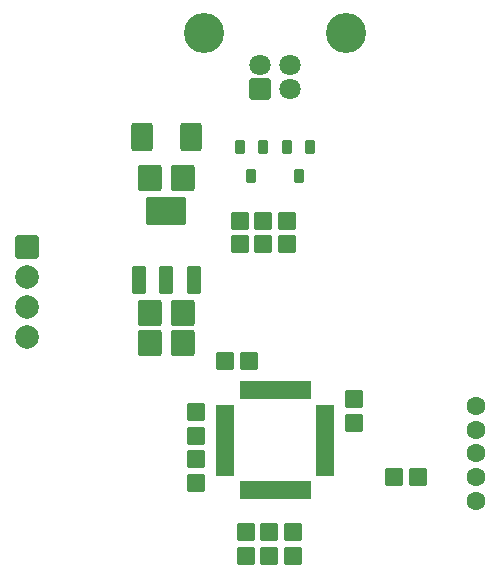
<source format=gts>
G04*
G04 #@! TF.GenerationSoftware,Altium Limited,Altium Designer,22.3.1 (43)*
G04*
G04 Layer_Color=8388736*
%FSLAX42Y42*%
%MOMM*%
G71*
G04*
G04 #@! TF.SameCoordinates,DE2D453C-2018-43DC-BA3E-C0A36525B8C9*
G04*
G04*
G04 #@! TF.FilePolarity,Negative*
G04*
G01*
G75*
G04:AMPARAMS|DCode=22|XSize=1.6mm|YSize=1.6mm|CornerRadius=0.17mm|HoleSize=0mm|Usage=FLASHONLY|Rotation=270.000|XOffset=0mm|YOffset=0mm|HoleType=Round|Shape=RoundedRectangle|*
%AMROUNDEDRECTD22*
21,1,1.60,1.26,0,0,270.0*
21,1,1.26,1.60,0,0,270.0*
1,1,0.34,-0.63,-0.63*
1,1,0.34,-0.63,0.63*
1,1,0.34,0.63,0.63*
1,1,0.34,0.63,-0.63*
%
%ADD22ROUNDEDRECTD22*%
%ADD23R,1.65X0.50*%
%ADD24R,0.50X1.65*%
G04:AMPARAMS|DCode=25|XSize=1.6mm|YSize=1.6mm|CornerRadius=0.17mm|HoleSize=0mm|Usage=FLASHONLY|Rotation=0.000|XOffset=0mm|YOffset=0mm|HoleType=Round|Shape=RoundedRectangle|*
%AMROUNDEDRECTD25*
21,1,1.60,1.26,0,0,0.0*
21,1,1.26,1.60,0,0,0.0*
1,1,0.34,0.63,-0.63*
1,1,0.34,-0.63,-0.63*
1,1,0.34,-0.63,0.63*
1,1,0.34,0.63,0.63*
%
%ADD25ROUNDEDRECTD25*%
G04:AMPARAMS|DCode=26|XSize=2.2mm|YSize=2mm|CornerRadius=0.19mm|HoleSize=0mm|Usage=FLASHONLY|Rotation=90.000|XOffset=0mm|YOffset=0mm|HoleType=Round|Shape=RoundedRectangle|*
%AMROUNDEDRECTD26*
21,1,2.20,1.62,0,0,90.0*
21,1,1.82,2.00,0,0,90.0*
1,1,0.38,0.81,0.91*
1,1,0.38,0.81,-0.91*
1,1,0.38,-0.81,-0.91*
1,1,0.38,-0.81,0.91*
%
%ADD26ROUNDEDRECTD26*%
G04:AMPARAMS|DCode=27|XSize=3.45mm|YSize=2.35mm|CornerRadius=0.21mm|HoleSize=0mm|Usage=FLASHONLY|Rotation=180.000|XOffset=0mm|YOffset=0mm|HoleType=Round|Shape=RoundedRectangle|*
%AMROUNDEDRECTD27*
21,1,3.45,1.94,0,0,180.0*
21,1,3.04,2.35,0,0,180.0*
1,1,0.42,-1.52,0.97*
1,1,0.42,1.52,0.97*
1,1,0.42,1.52,-0.97*
1,1,0.42,-1.52,-0.97*
%
%ADD27ROUNDEDRECTD27*%
G04:AMPARAMS|DCode=28|XSize=1.2mm|YSize=2.35mm|CornerRadius=0.15mm|HoleSize=0mm|Usage=FLASHONLY|Rotation=180.000|XOffset=0mm|YOffset=0mm|HoleType=Round|Shape=RoundedRectangle|*
%AMROUNDEDRECTD28*
21,1,1.20,2.05,0,0,180.0*
21,1,0.90,2.35,0,0,180.0*
1,1,0.30,-0.45,1.02*
1,1,0.30,0.45,1.02*
1,1,0.30,0.45,-1.02*
1,1,0.30,-0.45,-1.02*
%
%ADD28ROUNDEDRECTD28*%
G04:AMPARAMS|DCode=29|XSize=2.4mm|YSize=1.8mm|CornerRadius=0.18mm|HoleSize=0mm|Usage=FLASHONLY|Rotation=270.000|XOffset=0mm|YOffset=0mm|HoleType=Round|Shape=RoundedRectangle|*
%AMROUNDEDRECTD29*
21,1,2.40,1.44,0,0,270.0*
21,1,2.04,1.80,0,0,270.0*
1,1,0.36,-0.72,-1.02*
1,1,0.36,-0.72,1.02*
1,1,0.36,0.72,1.02*
1,1,0.36,0.72,-1.02*
%
%ADD29ROUNDEDRECTD29*%
G04:AMPARAMS|DCode=30|XSize=0.8mm|YSize=1.2mm|CornerRadius=0.13mm|HoleSize=0mm|Usage=FLASHONLY|Rotation=0.000|XOffset=0mm|YOffset=0mm|HoleType=Round|Shape=RoundedRectangle|*
%AMROUNDEDRECTD30*
21,1,0.80,0.94,0,0,0.0*
21,1,0.54,1.20,0,0,0.0*
1,1,0.26,0.27,-0.47*
1,1,0.26,-0.27,-0.47*
1,1,0.26,-0.27,0.47*
1,1,0.26,0.27,0.47*
%
%ADD30ROUNDEDRECTD30*%
%ADD31C,2.00*%
G04:AMPARAMS|DCode=32|XSize=2mm|YSize=2mm|CornerRadius=0.19mm|HoleSize=0mm|Usage=FLASHONLY|Rotation=270.000|XOffset=0mm|YOffset=0mm|HoleType=Round|Shape=RoundedRectangle|*
%AMROUNDEDRECTD32*
21,1,2.00,1.62,0,0,270.0*
21,1,1.62,2.00,0,0,270.0*
1,1,0.38,-0.81,-0.81*
1,1,0.38,-0.81,0.81*
1,1,0.38,0.81,0.81*
1,1,0.38,0.81,-0.81*
%
%ADD32ROUNDEDRECTD32*%
G04:AMPARAMS|DCode=33|XSize=1.8mm|YSize=1.8mm|CornerRadius=0.18mm|HoleSize=0mm|Usage=FLASHONLY|Rotation=180.000|XOffset=0mm|YOffset=0mm|HoleType=Round|Shape=RoundedRectangle|*
%AMROUNDEDRECTD33*
21,1,1.80,1.44,0,0,180.0*
21,1,1.44,1.80,0,0,180.0*
1,1,0.36,-0.72,0.72*
1,1,0.36,0.72,0.72*
1,1,0.36,0.72,-0.72*
1,1,0.36,-0.72,-0.72*
%
%ADD33ROUNDEDRECTD33*%
%ADD34C,3.40*%
%ADD35C,1.80*%
%ADD36C,1.60*%
D22*
X1880Y3280D02*
D03*
X2080D02*
D03*
X2450Y1631D02*
D03*
X2250D02*
D03*
X2450Y1831D02*
D03*
X2250D02*
D03*
X3510Y2300D02*
D03*
X3310D02*
D03*
D23*
X1877Y2335D02*
D03*
Y2385D02*
D03*
Y2435D02*
D03*
Y2485D02*
D03*
Y2535D02*
D03*
Y2585D02*
D03*
Y2635D02*
D03*
Y2685D02*
D03*
Y2735D02*
D03*
Y2785D02*
D03*
Y2835D02*
D03*
Y2885D02*
D03*
X2723D02*
D03*
Y2835D02*
D03*
Y2785D02*
D03*
Y2735D02*
D03*
Y2685D02*
D03*
Y2635D02*
D03*
Y2585D02*
D03*
Y2535D02*
D03*
Y2485D02*
D03*
Y2435D02*
D03*
Y2385D02*
D03*
Y2335D02*
D03*
D24*
X2025Y3033D02*
D03*
X2075D02*
D03*
X2125D02*
D03*
X2175D02*
D03*
X2225D02*
D03*
X2275D02*
D03*
X2325D02*
D03*
X2375D02*
D03*
X2425D02*
D03*
X2475D02*
D03*
X2525D02*
D03*
X2575D02*
D03*
Y2188D02*
D03*
X2525D02*
D03*
X2475D02*
D03*
X2425D02*
D03*
X2375D02*
D03*
X2325D02*
D03*
X2275D02*
D03*
X2225D02*
D03*
X2175D02*
D03*
X2125D02*
D03*
X2075D02*
D03*
X2025D02*
D03*
D25*
X1630Y2650D02*
D03*
Y2850D02*
D03*
Y2250D02*
D03*
Y2450D02*
D03*
X2050Y1830D02*
D03*
Y1630D02*
D03*
X2970Y2960D02*
D03*
Y2760D02*
D03*
X2400Y4270D02*
D03*
Y4470D02*
D03*
X2200Y4270D02*
D03*
Y4470D02*
D03*
X2000Y4270D02*
D03*
Y4470D02*
D03*
D26*
X1240Y3690D02*
D03*
X1520D02*
D03*
X1240Y3430D02*
D03*
X1520D02*
D03*
X1240Y4830D02*
D03*
X1520D02*
D03*
D27*
X1380Y4553D02*
D03*
D28*
X1610Y3967D02*
D03*
X1380D02*
D03*
X1150D02*
D03*
D29*
X1590Y5180D02*
D03*
X1170D02*
D03*
D30*
X2100Y4850D02*
D03*
X2005Y5090D02*
D03*
X2195D02*
D03*
X2500Y4850D02*
D03*
X2405Y5090D02*
D03*
X2595D02*
D03*
D31*
X200Y3482D02*
D03*
Y3736D02*
D03*
Y3990D02*
D03*
D32*
Y4244D02*
D03*
D33*
X2175Y5585D02*
D03*
D34*
X1698Y6056D02*
D03*
X2902D02*
D03*
D35*
X2425Y5585D02*
D03*
X2175Y5785D02*
D03*
X2425D02*
D03*
D36*
X4000Y2500D02*
D03*
Y2100D02*
D03*
Y2700D02*
D03*
Y2900D02*
D03*
Y2300D02*
D03*
M02*

</source>
